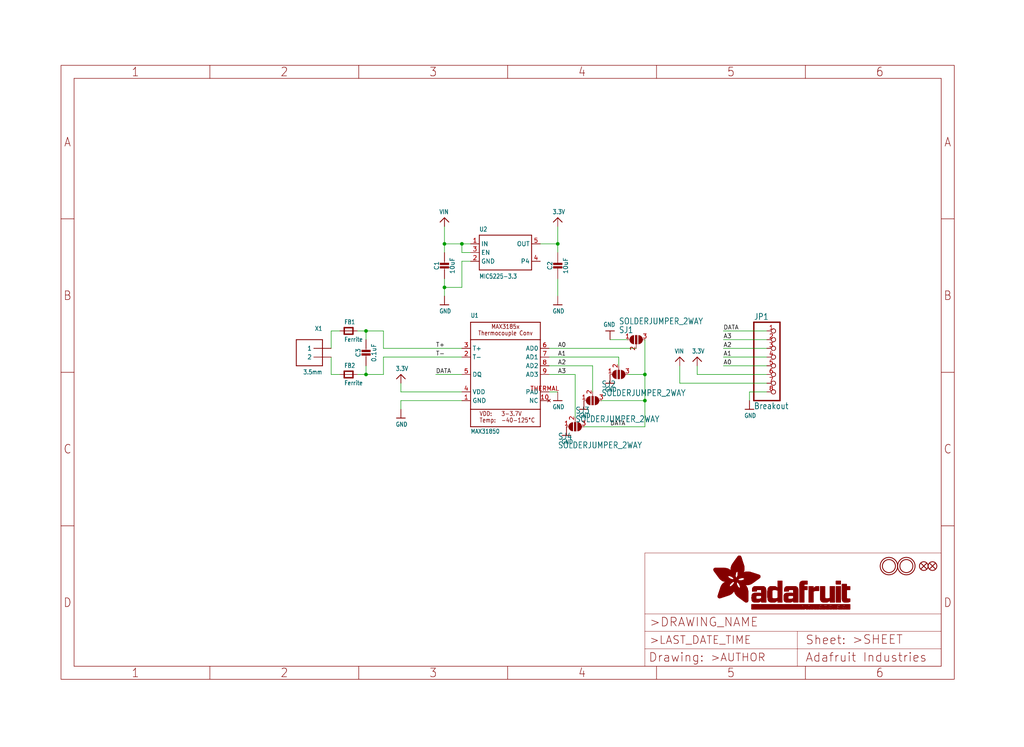
<source format=kicad_sch>
(kicad_sch (version 20211123) (generator eeschema)
  (paper "User" 298.45 217.881)
  (lib_symbols
    (symbol "eagleSchem-eagle-import:3.3V" (power)
      (property "Value" "3.3V" (at -1.524 1.016 0))
      (symbol "3.3V_1_0"
        (pin power_in line (at 0 -2.54 90) (length 2.54) (name "3.3V") (number "1"))
      )
    )
    (symbol "eagleSchem-eagle-import:CAP_CERAMIC0805-NOOUTLINE"
      (property "Reference" "C" (at -2.29 1.25 90))
      (property "Value" "CAP_CERAMIC0805-NOOUTLINE" (at 2.3 1.25 90))
      (symbol "CAP_CERAMIC0805-NOOUTLINE_1_0"
        (pin passive line (at 0 5.08 270) (length 2.54) (name "1") (number "1"))
        (pin passive line (at 0 -2.54 90) (length 2.54) (name "2") (number "2"))
      )
    )
    (symbol "eagleSchem-eagle-import:FERRITE0805"
      (property "Reference" "FB" (at -1.27 1.905 0))
      (property "Value" "FERRITE0805" (at -1.27 -3.175 0))
      (symbol "FERRITE0805_1_0"
        (pin passive line (at -2.54 0 0) (length 2.54) (name "P$1") (number "1"))
        (pin passive line (at 2.54 0 180) (length 2.54) (name "P$2") (number "2"))
      )
    )
    (symbol "eagleSchem-eagle-import:FIDUCIAL{dblquote}{dblquote}")
    (symbol "eagleSchem-eagle-import:FRAME_A4_ADAFRUIT"
      (symbol "FRAME_A4_ADAFRUIT_1_0"
        (text "1" (at 21.6958 1.905 0) (effects (font (size 2.54 2.286))))
        (text "1" (at 21.6958 177.165 0) (effects (font (size 2.54 2.286))))
        (text "2" (at 65.0875 1.905 0) (effects (font (size 2.54 2.286))))
        (text "2" (at 65.0875 177.165 0) (effects (font (size 2.54 2.286))))
        (text "3" (at 108.4792 1.905 0) (effects (font (size 2.54 2.286))))
        (text "3" (at 108.4792 177.165 0) (effects (font (size 2.54 2.286))))
        (text "4" (at 151.8708 1.905 0) (effects (font (size 2.54 2.286))))
        (text "4" (at 151.8708 177.165 0) (effects (font (size 2.54 2.286))))
        (text "5" (at 195.2625 1.905 0) (effects (font (size 2.54 2.286))))
        (text "5" (at 195.2625 177.165 0) (effects (font (size 2.54 2.286))))
        (text "6" (at 238.6542 1.905 0) (effects (font (size 2.54 2.286))))
        (text "6" (at 238.6542 177.165 0) (effects (font (size 2.54 2.286))))
        (text ">AUTHOR" (at 189.23 5.08 0) (effects (font (size 2.286 2.286)) (justify left bottom)))
        (text ">DRAWING_NAME" (at 171.45 15.24 0) (effects (font (size 2.54 2.54)) (justify left bottom)))
        (text ">LAST_DATE_TIME" (at 171.45 10.16 0) (effects (font (size 2.286 2.286)) (justify left bottom)))
        (text ">SHEET" (at 230.505 10.16 0) (effects (font (size 2.54 2.54)) (justify left bottom)))
        (text "A" (at 1.905 156.6863 0) (effects (font (size 2.54 2.286))))
        (text "A" (at 258.445 156.6863 0) (effects (font (size 2.54 2.286))))
        (text "Adafruit Industries" (at 216.916 4.953 0) (effects (font (size 2.54 2.54)) (justify left bottom)))
        (text "B" (at 1.905 111.9188 0) (effects (font (size 2.54 2.286))))
        (text "B" (at 258.445 111.9188 0) (effects (font (size 2.54 2.286))))
        (text "C" (at 1.905 67.1513 0) (effects (font (size 2.54 2.286))))
        (text "C" (at 258.445 67.1513 0) (effects (font (size 2.54 2.286))))
        (text "D" (at 1.905 22.3838 0) (effects (font (size 2.54 2.286))))
        (text "D" (at 258.445 22.3838 0) (effects (font (size 2.54 2.286))))
        (text "Drawing:" (at 171.196 4.953 0) (effects (font (size 2.54 2.54)) (justify left bottom)))
        (text "Sheet:" (at 216.916 10.033 0) (effects (font (size 2.54 2.54)) (justify left bottom)))
      )
    )
    (symbol "eagleSchem-eagle-import:GND" (power)
      (property "Value" "GND" (at -1.524 -2.54 0))
      (symbol "GND_1_0"
        (pin power_in line (at 0 2.54 270) (length 2.54) (name "GND") (number "1"))
      )
    )
    (symbol "eagleSchem-eagle-import:HEADER-1X870MIL"
      (property "Reference" "JP" (at -6.35 13.335 0))
      (property "Value" "HEADER-1X870MIL" (at -6.35 -12.7 0))
      (symbol "HEADER-1X870MIL_1_0"
        (pin passive inverted (at -2.54 10.16 0) (length 2.54) (name "1") (number "1"))
        (pin passive inverted (at -2.54 7.62 0) (length 2.54) (name "2") (number "2"))
        (pin passive inverted (at -2.54 5.08 0) (length 2.54) (name "3") (number "3"))
        (pin passive inverted (at -2.54 2.54 0) (length 2.54) (name "4") (number "4"))
        (pin passive inverted (at -2.54 0 0) (length 2.54) (name "5") (number "5"))
        (pin passive inverted (at -2.54 -2.54 0) (length 2.54) (name "6") (number "6"))
        (pin passive inverted (at -2.54 -5.08 0) (length 2.54) (name "7") (number "7"))
        (pin passive inverted (at -2.54 -7.62 0) (length 2.54) (name "8") (number "8"))
      )
    )
    (symbol "eagleSchem-eagle-import:MAX3185X"
      (property "Reference" "U" (at -10.16 16.51 0))
      (property "Value" "MAX3185X" (at -10.16 -17.272 0))
      (symbol "MAX3185X_1_0"
        (text "-40-125°C" (at -1.27 -13.335 0) (effects (font (size 1.27 1.0795)) (justify left)))
        (text "3-3.7V" (at -1.27 -11.43 0) (effects (font (size 1.27 1.0795)) (justify left)))
        (text "MAX3185x" (at 0 13.97 0) (effects (font (size 1.27 1.0795))))
        (text "Temp:" (at -7.62 -13.335 0) (effects (font (size 1.27 1.0795)) (justify left)))
        (text "Thermocouple Conv" (at 0 12.065 0) (effects (font (size 1.27 1.0795))))
        (text "VDD:" (at -7.62 -11.43 0) (effects (font (size 1.27 1.0795)) (justify left)))
        (pin power_in line (at -12.7 -7.62 0) (length 2.54) (name "GND") (number "1"))
        (pin no_connect line (at 12.7 -7.62 180) (length 2.54) (name "NC") (number "10"))
        (pin input line (at -12.7 5.08 0) (length 2.54) (name "T-") (number "2"))
        (pin input line (at -12.7 7.62 0) (length 2.54) (name "T+") (number "3"))
        (pin power_in line (at -12.7 -5.08 0) (length 2.54) (name "VDD") (number "4"))
        (pin bidirectional line (at -12.7 0 0) (length 2.54) (name "DQ") (number "5"))
        (pin input line (at 12.7 7.62 180) (length 2.54) (name "AD0") (number "6"))
        (pin input line (at 12.7 5.08 180) (length 2.54) (name "AD1") (number "7"))
        (pin input line (at 12.7 2.54 180) (length 2.54) (name "AD2") (number "8"))
        (pin input line (at 12.7 0 180) (length 2.54) (name "AD3") (number "9"))
        (pin passive line (at 12.7 -5.08 180) (length 2.54) (name "PAD") (number "THERMAL"))
      )
    )
    (symbol "eagleSchem-eagle-import:MOUNTINGHOLE2.5")
    (symbol "eagleSchem-eagle-import:SOLDERJUMPER_2WAY"
      (property "Reference" "SJ" (at -5.08 -3.81 0))
      (property "Value" "SOLDERJUMPER_2WAY" (at -5.08 -6.35 0))
      (symbol "SOLDERJUMPER_2WAY_1_0"
        (pin passive line (at -2.54 0 0) (length 0) (name "1") (number "1"))
        (pin passive line (at 0 2.54 270) (length 0) (name "2") (number "2"))
        (pin passive line (at 2.54 0 180) (length 0) (name "3") (number "3"))
      )
    )
    (symbol "eagleSchem-eagle-import:TERMBLOCK_1X2"
      (property "Reference" "X" (at -2.54 7.62 0))
      (property "Value" "TERMBLOCK_1X2" (at -2.54 -5.08 0))
      (symbol "TERMBLOCK_1X2_1_0"
        (pin passive line (at -5.08 2.54 0) (length 5.08) (name "1") (number "1"))
        (pin passive line (at -5.08 0 0) (length 5.08) (name "2") (number "2"))
      )
    )
    (symbol "eagleSchem-eagle-import:VIN" (power)
      (property "Value" "VIN" (at -1.524 1.016 0))
      (symbol "VIN_1_0"
        (pin power_in line (at 0 -2.54 90) (length 2.54) (name "VIN") (number "1"))
      )
    )
    (symbol "eagleSchem-eagle-import:VREG_SOT23-5"
      (property "Reference" "U" (at -7.62 6.096 0))
      (property "Value" "VREG_SOT23-5" (at -7.62 -7.62 0))
      (symbol "VREG_SOT23-5_1_0"
        (pin power_in line (at -10.16 2.54 0) (length 2.54) (name "IN") (number "1"))
        (pin power_in line (at -10.16 -2.54 0) (length 2.54) (name "GND") (number "2"))
        (pin input line (at -10.16 0 0) (length 2.54) (name "EN") (number "3"))
        (pin bidirectional line (at 10.16 -2.54 180) (length 2.54) (name "P4") (number "4"))
        (pin power_in line (at 10.16 2.54 180) (length 2.54) (name "OUT") (number "5"))
      )
    )
  )
  (junction (at 134.62 71.12))
  (junction (at 106.68 96.52))
  (junction (at 162.56 71.12))
  (junction (at 129.54 71.12))
  (junction (at 129.54 83.82))
  (junction (at 187.96 116.84))
  (junction (at 187.96 109.22))
  (junction (at 106.68 109.22))
  (wire (pts (xy 157.48 71.12) (xy 162.56 71.12)))
  (wire (pts (xy 106.68 109.22) (xy 106.68 106.68)))
  (wire (pts (xy 162.56 71.12) (xy 162.56 73.66)))
  (wire (pts (xy 134.62 73.66) (xy 134.62 71.12)))
  (wire (pts (xy 182.88 99.06) (xy 177.8 99.06)))
  (wire (pts (xy 210.82 101.6) (xy 223.52 101.6)))
  (wire (pts (xy 223.52 111.76) (xy 198.12 111.76)))
  (wire (pts (xy 218.44 114.3) (xy 218.44 116.84)))
  (wire (pts (xy 106.68 96.52) (xy 111.76 96.52)))
  (wire (pts (xy 134.62 109.22) (xy 127 109.22)))
  (wire (pts (xy 160.02 109.22) (xy 167.64 109.22)))
  (wire (pts (xy 96.52 109.22) (xy 99.06 109.22)))
  (wire (pts (xy 104.14 96.52) (xy 106.68 96.52)))
  (wire (pts (xy 134.62 71.12) (xy 129.54 71.12)))
  (wire (pts (xy 162.56 71.12) (xy 162.56 66.04)))
  (wire (pts (xy 111.76 109.22) (xy 106.68 109.22)))
  (wire (pts (xy 223.52 109.22) (xy 203.2 109.22)))
  (wire (pts (xy 223.52 96.52) (xy 210.82 96.52)))
  (wire (pts (xy 137.16 73.66) (xy 134.62 73.66)))
  (wire (pts (xy 111.76 104.14) (xy 111.76 109.22)))
  (wire (pts (xy 96.52 101.6) (xy 96.52 96.52)))
  (wire (pts (xy 116.84 114.3) (xy 116.84 111.76)))
  (wire (pts (xy 180.34 104.14) (xy 180.34 106.68)))
  (wire (pts (xy 160.02 106.68) (xy 172.72 106.68)))
  (wire (pts (xy 210.82 106.68) (xy 223.52 106.68)))
  (wire (pts (xy 96.52 104.14) (xy 96.52 109.22)))
  (wire (pts (xy 175.26 116.84) (xy 187.96 116.84)))
  (wire (pts (xy 172.72 106.68) (xy 172.72 114.3)))
  (wire (pts (xy 134.62 104.14) (xy 111.76 104.14)))
  (wire (pts (xy 170.18 124.46) (xy 187.96 124.46)))
  (wire (pts (xy 210.82 99.06) (xy 223.52 99.06)))
  (wire (pts (xy 129.54 83.82) (xy 134.62 83.82)))
  (wire (pts (xy 129.54 71.12) (xy 129.54 66.04)))
  (wire (pts (xy 129.54 83.82) (xy 129.54 81.28)))
  (wire (pts (xy 167.64 121.92) (xy 167.64 109.22)))
  (wire (pts (xy 182.88 109.22) (xy 187.96 109.22)))
  (wire (pts (xy 111.76 101.6) (xy 134.62 101.6)))
  (wire (pts (xy 111.76 96.52) (xy 111.76 101.6)))
  (wire (pts (xy 223.52 114.3) (xy 218.44 114.3)))
  (wire (pts (xy 134.62 76.2) (xy 137.16 76.2)))
  (wire (pts (xy 203.2 109.22) (xy 203.2 106.68)))
  (wire (pts (xy 137.16 71.12) (xy 134.62 71.12)))
  (wire (pts (xy 162.56 81.28) (xy 162.56 86.36)))
  (wire (pts (xy 187.96 116.84) (xy 187.96 109.22)))
  (wire (pts (xy 187.96 124.46) (xy 187.96 116.84)))
  (wire (pts (xy 198.12 111.76) (xy 198.12 106.68)))
  (wire (pts (xy 106.68 96.52) (xy 106.68 99.06)))
  (wire (pts (xy 160.02 104.14) (xy 180.34 104.14)))
  (wire (pts (xy 129.54 86.36) (xy 129.54 83.82)))
  (wire (pts (xy 104.14 109.22) (xy 106.68 109.22)))
  (wire (pts (xy 160.02 101.6) (xy 185.42 101.6)))
  (wire (pts (xy 162.56 114.3) (xy 160.02 114.3)))
  (wire (pts (xy 134.62 116.84) (xy 116.84 116.84)))
  (wire (pts (xy 116.84 116.84) (xy 116.84 119.38)))
  (wire (pts (xy 134.62 114.3) (xy 116.84 114.3)))
  (wire (pts (xy 96.52 96.52) (xy 99.06 96.52)))
  (wire (pts (xy 134.62 83.82) (xy 134.62 76.2)))
  (wire (pts (xy 129.54 73.66) (xy 129.54 71.12)))
  (wire (pts (xy 187.96 109.22) (xy 187.96 99.06)))
  (wire (pts (xy 210.82 104.14) (xy 223.52 104.14)))
  (label "A0" (at 162.56 101.6 0) (effects (font (size 1.2446 1.2446))))
  (label "A2" (at 210.82 101.6 0) (effects (font (size 1.2446 1.2446))))
  (label "T-" (at 127 104.14 0) (effects (font (size 1.2446 1.2446))))
  (label "DATA" (at 210.82 96.52 0) (effects (font (size 1.2446 1.2446))))
  (label "A3" (at 210.82 99.06 0) (effects (font (size 1.2446 1.2446))))
  (label "A1" (at 162.56 104.14 0) (effects (font (size 1.2446 1.2446))))
  (label "T+" (at 127 101.6 0) (effects (font (size 1.2446 1.2446))))
  (label "A3" (at 162.56 109.22 0) (effects (font (size 1.2446 1.2446))))
  (label "A0" (at 210.82 106.68 0) (effects (font (size 1.2446 1.2446))))
  (label "A2" (at 162.56 106.68 0) (effects (font (size 1.2446 1.2446))))
  (label "DATA" (at 127 109.22 0) (effects (font (size 1.2446 1.2446))))
  (label "DATA" (at 177.8 124.46 0) (effects (font (size 1.2446 1.2446))))
  (label "A1" (at 210.82 104.14 0) (effects (font (size 1.2446 1.2446))))
  (symbol (lib_id "eagleSchem-eagle-import:VREG_SOT23-5") (at 147.32 73.66 0) (unit 1)
    (property "Reference" "U2" (at 139.7 67.564 0) (effects (font (size 1.27 1.0795)) (justify left bottom)))
    (property "Value" "MIC5225-3.3" (at 139.7 81.28 0) (effects (font (size 1.27 1.0795)) (justify left bottom)))
    (property "Footprint" "eagleSchem:SOT23-5" (effects hide))
  )
  (symbol (lib_id "eagleSchem-eagle-import:3.3V") (at 203.2 104.14 0) (unit 1)
    (property "Reference" "#U$15" (effects hide))
    (property "Value" "3.3V" (at 201.676 103.124 0) (effects (font (size 1.27 1.0795)) (justify left bottom)))
    (property "Footprint" "eagleSchem:" (effects hide))
  )
  (symbol (lib_id "eagleSchem-eagle-import:MAX3185X") (at 147.32 109.22 0) (unit 1)
    (property "Reference" "U1" (at 137.16 92.71 0) (effects (font (size 1.27 1.0795)) (justify left bottom)))
    (property "Value" "MAX31850" (at 137.16 126.492 0) (effects (font (size 1.27 1.0795)) (justify left bottom)))
    (property "Footprint" "eagleSchem:TDFN10_3X4MM" (effects hide))
  )
  (symbol (lib_id "eagleSchem-eagle-import:SOLDERJUMPER_2WAY") (at 185.42 99.06 0) (mirror x) (unit 1)
    (property "Reference" "SJ1" (at 180.34 95.25 0) (effects (font (size 1.778 1.5113)) (justify left bottom)))
    (property "Value" "SOLDERJUMPER_2WAY" (at 180.34 92.71 0) (effects (font (size 1.778 1.5113)) (justify left bottom)))
    (property "Footprint" "eagleSchem:SOLDERJUMPER_2WAY_OPEN_NOPASTE" (effects hide))
  )
  (symbol (lib_id "eagleSchem-eagle-import:TERMBLOCK_1X2") (at 91.44 104.14 0) (mirror y) (unit 1)
    (property "Reference" "X1" (at 93.98 96.52 0) (effects (font (size 1.27 1.0795)) (justify left bottom)))
    (property "Value" "3.5mm" (at 93.98 109.22 0) (effects (font (size 1.27 1.0795)) (justify left bottom)))
    (property "Footprint" "eagleSchem:TERMBLOCK_1X2-3.5MM" (effects hide))
  )
  (symbol (lib_id "eagleSchem-eagle-import:GND") (at 218.44 119.38 0) (unit 1)
    (property "Reference" "#U$16" (effects hide))
    (property "Value" "GND" (at 216.916 121.92 0) (effects (font (size 1.27 1.0795)) (justify left bottom)))
    (property "Footprint" "eagleSchem:" (effects hide))
  )
  (symbol (lib_id "eagleSchem-eagle-import:FERRITE0805") (at 101.6 109.22 0) (unit 1)
    (property "Reference" "FB2" (at 100.33 107.315 0) (effects (font (size 1.27 1.0795)) (justify left bottom)))
    (property "Value" "Ferrite" (at 100.33 112.395 0) (effects (font (size 1.27 1.0795)) (justify left bottom)))
    (property "Footprint" "eagleSchem:0805" (effects hide))
  )
  (symbol (lib_id "eagleSchem-eagle-import:GND") (at 177.8 111.76 0) (unit 1)
    (property "Reference" "#U$12" (effects hide))
    (property "Value" "GND" (at 176.276 114.3 0) (effects (font (size 1.27 1.0795)) (justify left bottom)))
    (property "Footprint" "eagleSchem:" (effects hide))
  )
  (symbol (lib_id "eagleSchem-eagle-import:MOUNTINGHOLE2.5") (at 259.08 165.1 0) (unit 1)
    (property "Reference" "U$9" (effects hide))
    (property "Value" "MOUNTINGHOLE2.5" (effects hide))
    (property "Footprint" "eagleSchem:MOUNTINGHOLE_2.5_PLATED" (effects hide))
  )
  (symbol (lib_id "eagleSchem-eagle-import:CAP_CERAMIC0805-NOOUTLINE") (at 129.54 78.74 0) (unit 1)
    (property "Reference" "C1" (at 127.25 77.49 90))
    (property "Value" "10uF" (at 131.84 77.49 90))
    (property "Footprint" "eagleSchem:0805-NO" (effects hide))
  )
  (symbol (lib_id "eagleSchem-eagle-import:VIN") (at 129.54 63.5 0) (unit 1)
    (property "Reference" "#U$2" (effects hide))
    (property "Value" "VIN" (at 128.016 62.484 0) (effects (font (size 1.27 1.0795)) (justify left bottom)))
    (property "Footprint" "eagleSchem:" (effects hide))
  )
  (symbol (lib_id "eagleSchem-eagle-import:GND") (at 165.1 127 0) (unit 1)
    (property "Reference" "#U$10" (effects hide))
    (property "Value" "GND" (at 163.576 129.54 0) (effects (font (size 1.27 1.0795)) (justify left bottom)))
    (property "Footprint" "eagleSchem:" (effects hide))
  )
  (symbol (lib_id "eagleSchem-eagle-import:FIDUCIAL{dblquote}{dblquote}") (at 271.78 165.1 0) (unit 1)
    (property "Reference" "FID1" (effects hide))
    (property "Value" "FIDUCIAL{dblquote}{dblquote}" (effects hide))
    (property "Footprint" "eagleSchem:FIDUCIAL_1MM" (effects hide))
  )
  (symbol (lib_id "eagleSchem-eagle-import:SOLDERJUMPER_2WAY") (at 172.72 116.84 0) (unit 1)
    (property "Reference" "SJ3" (at 167.64 120.65 0) (effects (font (size 1.778 1.5113)) (justify left bottom)))
    (property "Value" "SOLDERJUMPER_2WAY" (at 167.64 123.19 0) (effects (font (size 1.778 1.5113)) (justify left bottom)))
    (property "Footprint" "eagleSchem:SOLDERJUMPER_2WAY_OPEN_NOPASTE" (effects hide))
  )
  (symbol (lib_id "eagleSchem-eagle-import:GND") (at 129.54 88.9 0) (unit 1)
    (property "Reference" "#U$3" (effects hide))
    (property "Value" "GND" (at 128.016 91.44 0) (effects (font (size 1.27 1.0795)) (justify left bottom)))
    (property "Footprint" "eagleSchem:" (effects hide))
  )
  (symbol (lib_id "eagleSchem-eagle-import:VIN") (at 198.12 104.14 0) (unit 1)
    (property "Reference" "#U$14" (effects hide))
    (property "Value" "VIN" (at 196.596 103.124 0) (effects (font (size 1.27 1.0795)) (justify left bottom)))
    (property "Footprint" "eagleSchem:" (effects hide))
  )
  (symbol (lib_id "eagleSchem-eagle-import:FERRITE0805") (at 101.6 96.52 0) (unit 1)
    (property "Reference" "FB1" (at 100.33 94.615 0) (effects (font (size 1.27 1.0795)) (justify left bottom)))
    (property "Value" "Ferrite" (at 100.33 99.695 0) (effects (font (size 1.27 1.0795)) (justify left bottom)))
    (property "Footprint" "eagleSchem:0805" (effects hide))
  )
  (symbol (lib_id "eagleSchem-eagle-import:CAP_CERAMIC0805-NOOUTLINE") (at 106.68 104.14 0) (unit 1)
    (property "Reference" "C3" (at 104.39 102.89 90))
    (property "Value" "0.1uF" (at 108.98 102.89 90))
    (property "Footprint" "eagleSchem:0805-NO" (effects hide))
  )
  (symbol (lib_id "eagleSchem-eagle-import:GND") (at 116.84 121.92 0) (unit 1)
    (property "Reference" "#U$7" (effects hide))
    (property "Value" "GND" (at 115.316 124.46 0) (effects (font (size 1.27 1.0795)) (justify left bottom)))
    (property "Footprint" "eagleSchem:" (effects hide))
  )
  (symbol (lib_id "eagleSchem-eagle-import:MOUNTINGHOLE2.5") (at 264.16 165.1 0) (unit 1)
    (property "Reference" "U$8" (effects hide))
    (property "Value" "MOUNTINGHOLE2.5" (effects hide))
    (property "Footprint" "eagleSchem:MOUNTINGHOLE_2.5_PLATED" (effects hide))
  )
  (symbol (lib_id "eagleSchem-eagle-import:HEADER-1X870MIL") (at 226.06 106.68 0) (unit 1)
    (property "Reference" "JP1" (at 219.71 93.345 0) (effects (font (size 1.778 1.5113)) (justify left bottom)))
    (property "Value" "Breakout" (at 219.71 119.38 0) (effects (font (size 1.778 1.5113)) (justify left bottom)))
    (property "Footprint" "eagleSchem:1X08_ROUND_70" (effects hide))
  )
  (symbol (lib_id "eagleSchem-eagle-import:GND") (at 162.56 88.9 0) (unit 1)
    (property "Reference" "#U$4" (effects hide))
    (property "Value" "GND" (at 161.036 91.44 0) (effects (font (size 1.27 1.0795)) (justify left bottom)))
    (property "Footprint" "eagleSchem:" (effects hide))
  )
  (symbol (lib_id "eagleSchem-eagle-import:GND") (at 177.8 96.52 180) (unit 1)
    (property "Reference" "#U$13" (effects hide))
    (property "Value" "GND" (at 179.324 93.98 0) (effects (font (size 1.27 1.0795)) (justify left bottom)))
    (property "Footprint" "eagleSchem:" (effects hide))
  )
  (symbol (lib_id "eagleSchem-eagle-import:SOLDERJUMPER_2WAY") (at 167.64 124.46 0) (unit 1)
    (property "Reference" "SJ4" (at 162.56 128.27 0) (effects (font (size 1.778 1.5113)) (justify left bottom)))
    (property "Value" "SOLDERJUMPER_2WAY" (at 162.56 130.81 0) (effects (font (size 1.778 1.5113)) (justify left bottom)))
    (property "Footprint" "eagleSchem:SOLDERJUMPER_2WAY_OPEN_NOPASTE" (effects hide))
  )
  (symbol (lib_id "eagleSchem-eagle-import:3.3V") (at 116.84 109.22 0) (unit 1)
    (property "Reference" "#U$6" (effects hide))
    (property "Value" "3.3V" (at 115.316 108.204 0) (effects (font (size 1.27 1.0795)) (justify left bottom)))
    (property "Footprint" "eagleSchem:" (effects hide))
  )
  (symbol (lib_id "eagleSchem-eagle-import:CAP_CERAMIC0805-NOOUTLINE") (at 162.56 78.74 0) (unit 1)
    (property "Reference" "C2" (at 160.27 77.49 90))
    (property "Value" "10uF" (at 164.86 77.49 90))
    (property "Footprint" "eagleSchem:0805-NO" (effects hide))
  )
  (symbol (lib_id "eagleSchem-eagle-import:FIDUCIAL{dblquote}{dblquote}") (at 269.24 165.1 0) (unit 1)
    (property "Reference" "FID2" (effects hide))
    (property "Value" "FIDUCIAL{dblquote}{dblquote}" (effects hide))
    (property "Footprint" "eagleSchem:FIDUCIAL_1MM" (effects hide))
  )
  (symbol (lib_id "eagleSchem-eagle-import:GND") (at 162.56 116.84 0) (unit 1)
    (property "Reference" "#U$17" (effects hide))
    (property "Value" "GND" (at 161.036 119.38 0) (effects (font (size 1.27 1.0795)) (justify left bottom)))
    (property "Footprint" "eagleSchem:" (effects hide))
  )
  (symbol (lib_id "eagleSchem-eagle-import:GND") (at 170.18 119.38 0) (unit 1)
    (property "Reference" "#U$11" (effects hide))
    (property "Value" "GND" (at 168.656 121.92 0) (effects (font (size 1.27 1.0795)) (justify left bottom)))
    (property "Footprint" "eagleSchem:" (effects hide))
  )
  (symbol (lib_id "eagleSchem-eagle-import:3.3V") (at 162.56 63.5 0) (unit 1)
    (property "Reference" "#U$5" (effects hide))
    (property "Value" "3.3V" (at 161.036 62.484 0) (effects (font (size 1.27 1.0795)) (justify left bottom)))
    (property "Footprint" "eagleSchem:" (effects hide))
  )
  (symbol (lib_id "eagleSchem-eagle-import:FRAME_A4_ADAFRUIT") (at 17.78 198.12 0) (unit 1)
    (property "Reference" "#U$1" (effects hide))
    (property "Value" "FRAME_A4_ADAFRUIT" (effects hide))
    (property "Footprint" "eagleSchem:" (effects hide))
  )
  (symbol (lib_id "eagleSchem-eagle-import:SOLDERJUMPER_2WAY") (at 180.34 109.22 0) (unit 1)
    (property "Reference" "SJ2" (at 175.26 113.03 0) (effects (font (size 1.778 1.5113)) (justify left bottom)))
    (property "Value" "SOLDERJUMPER_2WAY" (at 175.26 115.57 0) (effects (font (size 1.778 1.5113)) (justify left bottom)))
    (property "Footprint" "eagleSchem:SOLDERJUMPER_2WAY_OPEN_NOPASTE" (effects hide))
  )
)
</source>
